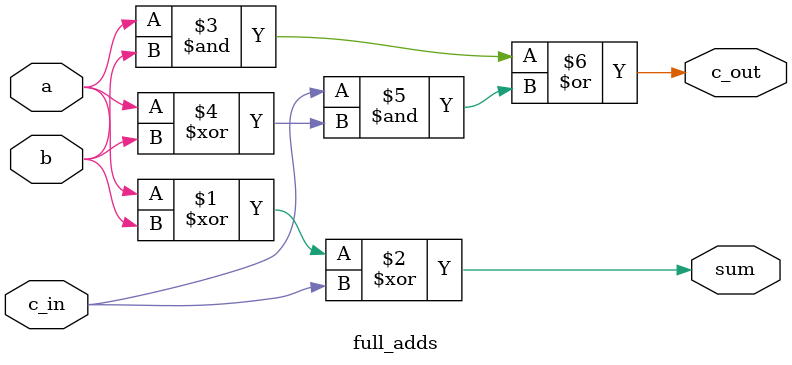
<source format=v>

module RippleCarryAdder(SW,LEDR);
  input [9:0] SW;
  output [5:0] LEDR;

  wire c0;
  wire c1;
  wire c2;

  full_adds u0(
    .a(SW[4]),
    .b(SW[0]),
    .c_in(SW[9]),
    .sum(LEDR[0]),
    .c_out(c0)
    );

  full_adds u1(
    .a(SW[5]),
    .b(SW[1]),
    .c_in(c0),
    .sum(LEDR[1]),
    .c_out(c1)
    );

  full_adds u2(
    .a(SW[6]),
    .b(SW[2]),
    .c_in(c1),
    .sum(LEDR[2]),
    .c_out(c2)
    );

  full_adds u3(
    .a(SW[7]),
    .b(SW[3]),
    .c_in(c2),
    .sum(LEDR[3]),
    .c_out(LEDR[5])
    );

endmodule // carryadder

module full_adds (a,b,c_in,sum,c_out);

  input a,b,c_in;
  output sum, c_out;

  assign sum = a^b^c_in;
  assign c_out = (a&b) | (c_in & (a^b));

endmodule // full_adds

</source>
